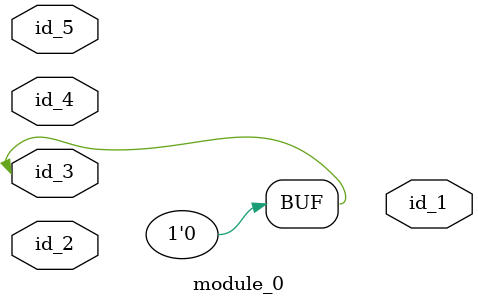
<source format=v>
module module_0 (
    id_1,
    id_2,
    id_3,
    id_4,
    id_5
);
  inout id_5;
  inout id_4;
  inout id_3;
  input id_2;
  output id_1;
  assign id_3[1'b0] = 1'b0;
endmodule

</source>
